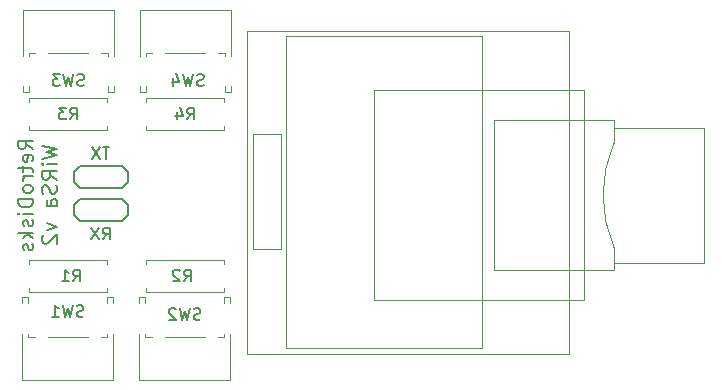
<source format=gbr>
%TF.GenerationSoftware,KiCad,Pcbnew,(6.0.4)*%
%TF.CreationDate,2022-09-30T21:10:11-05:00*%
%TF.ProjectId,WiRSa,57695253-612e-46b6-9963-61645f706362,rev?*%
%TF.SameCoordinates,Original*%
%TF.FileFunction,Legend,Bot*%
%TF.FilePolarity,Positive*%
%FSLAX46Y46*%
G04 Gerber Fmt 4.6, Leading zero omitted, Abs format (unit mm)*
G04 Created by KiCad (PCBNEW (6.0.4)) date 2022-09-30 21:10:11*
%MOMM*%
%LPD*%
G01*
G04 APERTURE LIST*
%ADD10C,0.150000*%
%ADD11C,0.120000*%
G04 APERTURE END LIST*
D10*
X62551226Y-84493190D02*
X61955988Y-84076523D01*
X62551226Y-83778904D02*
X61301226Y-83778904D01*
X61301226Y-84255095D01*
X61360750Y-84374142D01*
X61420273Y-84433666D01*
X61539321Y-84493190D01*
X61717892Y-84493190D01*
X61836940Y-84433666D01*
X61896464Y-84374142D01*
X61955988Y-84255095D01*
X61955988Y-83778904D01*
X62491702Y-85505095D02*
X62551226Y-85386047D01*
X62551226Y-85147952D01*
X62491702Y-85028904D01*
X62372654Y-84969380D01*
X61896464Y-84969380D01*
X61777416Y-85028904D01*
X61717892Y-85147952D01*
X61717892Y-85386047D01*
X61777416Y-85505095D01*
X61896464Y-85564619D01*
X62015511Y-85564619D01*
X62134559Y-84969380D01*
X61717892Y-85921761D02*
X61717892Y-86397952D01*
X61301226Y-86100333D02*
X62372654Y-86100333D01*
X62491702Y-86159857D01*
X62551226Y-86278904D01*
X62551226Y-86397952D01*
X62551226Y-86814619D02*
X61717892Y-86814619D01*
X61955988Y-86814619D02*
X61836940Y-86874142D01*
X61777416Y-86933666D01*
X61717892Y-87052714D01*
X61717892Y-87171761D01*
X62551226Y-87767000D02*
X62491702Y-87647952D01*
X62432178Y-87588428D01*
X62313130Y-87528904D01*
X61955988Y-87528904D01*
X61836940Y-87588428D01*
X61777416Y-87647952D01*
X61717892Y-87767000D01*
X61717892Y-87945571D01*
X61777416Y-88064619D01*
X61836940Y-88124142D01*
X61955988Y-88183666D01*
X62313130Y-88183666D01*
X62432178Y-88124142D01*
X62491702Y-88064619D01*
X62551226Y-87945571D01*
X62551226Y-87767000D01*
X62551226Y-88719380D02*
X61301226Y-88719380D01*
X61301226Y-89017000D01*
X61360750Y-89195571D01*
X61479797Y-89314619D01*
X61598845Y-89374142D01*
X61836940Y-89433666D01*
X62015511Y-89433666D01*
X62253607Y-89374142D01*
X62372654Y-89314619D01*
X62491702Y-89195571D01*
X62551226Y-89017000D01*
X62551226Y-88719380D01*
X62551226Y-89969380D02*
X61717892Y-89969380D01*
X61301226Y-89969380D02*
X61360750Y-89909857D01*
X61420273Y-89969380D01*
X61360750Y-90028904D01*
X61301226Y-89969380D01*
X61420273Y-89969380D01*
X62491702Y-90505095D02*
X62551226Y-90624142D01*
X62551226Y-90862238D01*
X62491702Y-90981285D01*
X62372654Y-91040809D01*
X62313130Y-91040809D01*
X62194083Y-90981285D01*
X62134559Y-90862238D01*
X62134559Y-90683666D01*
X62075035Y-90564619D01*
X61955988Y-90505095D01*
X61896464Y-90505095D01*
X61777416Y-90564619D01*
X61717892Y-90683666D01*
X61717892Y-90862238D01*
X61777416Y-90981285D01*
X62551226Y-91576523D02*
X61301226Y-91576523D01*
X62075035Y-91695571D02*
X62551226Y-92052714D01*
X61717892Y-92052714D02*
X62194083Y-91576523D01*
X62491702Y-92528904D02*
X62551226Y-92647952D01*
X62551226Y-92886047D01*
X62491702Y-93005095D01*
X62372654Y-93064619D01*
X62313130Y-93064619D01*
X62194083Y-93005095D01*
X62134559Y-92886047D01*
X62134559Y-92707476D01*
X62075035Y-92588428D01*
X61955988Y-92528904D01*
X61896464Y-92528904D01*
X61777416Y-92588428D01*
X61717892Y-92707476D01*
X61717892Y-92886047D01*
X61777416Y-93005095D01*
X63313726Y-84225333D02*
X64563726Y-84522952D01*
X63670869Y-84761047D01*
X64563726Y-84999142D01*
X63313726Y-85296761D01*
X64563726Y-85772952D02*
X63730392Y-85772952D01*
X63313726Y-85772952D02*
X63373250Y-85713428D01*
X63432773Y-85772952D01*
X63373250Y-85832476D01*
X63313726Y-85772952D01*
X63432773Y-85772952D01*
X64563726Y-87082476D02*
X63968488Y-86665809D01*
X64563726Y-86368190D02*
X63313726Y-86368190D01*
X63313726Y-86844380D01*
X63373250Y-86963428D01*
X63432773Y-87022952D01*
X63551821Y-87082476D01*
X63730392Y-87082476D01*
X63849440Y-87022952D01*
X63908964Y-86963428D01*
X63968488Y-86844380D01*
X63968488Y-86368190D01*
X64504202Y-87558666D02*
X64563726Y-87737238D01*
X64563726Y-88034857D01*
X64504202Y-88153904D01*
X64444678Y-88213428D01*
X64325630Y-88272952D01*
X64206583Y-88272952D01*
X64087535Y-88213428D01*
X64028011Y-88153904D01*
X63968488Y-88034857D01*
X63908964Y-87796761D01*
X63849440Y-87677714D01*
X63789916Y-87618190D01*
X63670869Y-87558666D01*
X63551821Y-87558666D01*
X63432773Y-87618190D01*
X63373250Y-87677714D01*
X63313726Y-87796761D01*
X63313726Y-88094380D01*
X63373250Y-88272952D01*
X64563726Y-89344380D02*
X63908964Y-89344380D01*
X63789916Y-89284857D01*
X63730392Y-89165809D01*
X63730392Y-88927714D01*
X63789916Y-88808666D01*
X64504202Y-89344380D02*
X64563726Y-89225333D01*
X64563726Y-88927714D01*
X64504202Y-88808666D01*
X64385154Y-88749142D01*
X64266107Y-88749142D01*
X64147059Y-88808666D01*
X64087535Y-88927714D01*
X64087535Y-89225333D01*
X64028011Y-89344380D01*
X63730392Y-90772952D02*
X64563726Y-91070571D01*
X63730392Y-91368190D01*
X63432773Y-91784857D02*
X63373250Y-91844380D01*
X63313726Y-91963428D01*
X63313726Y-92261047D01*
X63373250Y-92380095D01*
X63432773Y-92439619D01*
X63551821Y-92499142D01*
X63670869Y-92499142D01*
X63849440Y-92439619D01*
X64563726Y-91725333D01*
X64563726Y-92499142D01*
%TO.C,R1*%
X65952666Y-95702380D02*
X66286000Y-95226190D01*
X66524095Y-95702380D02*
X66524095Y-94702380D01*
X66143142Y-94702380D01*
X66047904Y-94750000D01*
X66000285Y-94797619D01*
X65952666Y-94892857D01*
X65952666Y-95035714D01*
X66000285Y-95130952D01*
X66047904Y-95178571D01*
X66143142Y-95226190D01*
X66524095Y-95226190D01*
X65000285Y-95702380D02*
X65571714Y-95702380D01*
X65286000Y-95702380D02*
X65286000Y-94702380D01*
X65381238Y-94845238D01*
X65476476Y-94940476D01*
X65571714Y-94988095D01*
%TO.C,R4*%
X75604666Y-81986380D02*
X75938000Y-81510190D01*
X76176095Y-81986380D02*
X76176095Y-80986380D01*
X75795142Y-80986380D01*
X75699904Y-81034000D01*
X75652285Y-81081619D01*
X75604666Y-81176857D01*
X75604666Y-81319714D01*
X75652285Y-81414952D01*
X75699904Y-81462571D01*
X75795142Y-81510190D01*
X76176095Y-81510190D01*
X74747523Y-81319714D02*
X74747523Y-81986380D01*
X74985619Y-80938761D02*
X75223714Y-81653047D01*
X74604666Y-81653047D01*
%TO.C,R2*%
X75350666Y-95702380D02*
X75684000Y-95226190D01*
X75922095Y-95702380D02*
X75922095Y-94702380D01*
X75541142Y-94702380D01*
X75445904Y-94750000D01*
X75398285Y-94797619D01*
X75350666Y-94892857D01*
X75350666Y-95035714D01*
X75398285Y-95130952D01*
X75445904Y-95178571D01*
X75541142Y-95226190D01*
X75922095Y-95226190D01*
X74969714Y-94797619D02*
X74922095Y-94750000D01*
X74826857Y-94702380D01*
X74588761Y-94702380D01*
X74493523Y-94750000D01*
X74445904Y-94797619D01*
X74398285Y-94892857D01*
X74398285Y-94988095D01*
X74445904Y-95130952D01*
X75017333Y-95702380D01*
X74398285Y-95702380D01*
%TO.C,SW1*%
X66829333Y-98653261D02*
X66686476Y-98700880D01*
X66448380Y-98700880D01*
X66353142Y-98653261D01*
X66305523Y-98605642D01*
X66257904Y-98510404D01*
X66257904Y-98415166D01*
X66305523Y-98319928D01*
X66353142Y-98272309D01*
X66448380Y-98224690D01*
X66638857Y-98177071D01*
X66734095Y-98129452D01*
X66781714Y-98081833D01*
X66829333Y-97986595D01*
X66829333Y-97891357D01*
X66781714Y-97796119D01*
X66734095Y-97748500D01*
X66638857Y-97700880D01*
X66400761Y-97700880D01*
X66257904Y-97748500D01*
X65924571Y-97700880D02*
X65686476Y-98700880D01*
X65496000Y-97986595D01*
X65305523Y-98700880D01*
X65067428Y-97700880D01*
X64162666Y-98700880D02*
X64734095Y-98700880D01*
X64448380Y-98700880D02*
X64448380Y-97700880D01*
X64543619Y-97843738D01*
X64638857Y-97938976D01*
X64734095Y-97986595D01*
%TO.C,R3*%
X65698666Y-81986380D02*
X66032000Y-81510190D01*
X66270095Y-81986380D02*
X66270095Y-80986380D01*
X65889142Y-80986380D01*
X65793904Y-81034000D01*
X65746285Y-81081619D01*
X65698666Y-81176857D01*
X65698666Y-81319714D01*
X65746285Y-81414952D01*
X65793904Y-81462571D01*
X65889142Y-81510190D01*
X66270095Y-81510190D01*
X65365333Y-80986380D02*
X64746285Y-80986380D01*
X65079619Y-81367333D01*
X64936761Y-81367333D01*
X64841523Y-81414952D01*
X64793904Y-81462571D01*
X64746285Y-81557809D01*
X64746285Y-81795904D01*
X64793904Y-81891142D01*
X64841523Y-81938761D01*
X64936761Y-81986380D01*
X65222476Y-81986380D01*
X65317714Y-81938761D01*
X65365333Y-81891142D01*
%TO.C,SW4*%
X77014333Y-79095261D02*
X76871476Y-79142880D01*
X76633380Y-79142880D01*
X76538142Y-79095261D01*
X76490523Y-79047642D01*
X76442904Y-78952404D01*
X76442904Y-78857166D01*
X76490523Y-78761928D01*
X76538142Y-78714309D01*
X76633380Y-78666690D01*
X76823857Y-78619071D01*
X76919095Y-78571452D01*
X76966714Y-78523833D01*
X77014333Y-78428595D01*
X77014333Y-78333357D01*
X76966714Y-78238119D01*
X76919095Y-78190500D01*
X76823857Y-78142880D01*
X76585761Y-78142880D01*
X76442904Y-78190500D01*
X76109571Y-78142880D02*
X75871476Y-79142880D01*
X75681000Y-78428595D01*
X75490523Y-79142880D01*
X75252428Y-78142880D01*
X74442904Y-78476214D02*
X74442904Y-79142880D01*
X74681000Y-78095261D02*
X74919095Y-78809547D01*
X74300047Y-78809547D01*
%TO.C,TX*%
X69037904Y-84320380D02*
X68466476Y-84320380D01*
X68752190Y-85320380D02*
X68752190Y-84320380D01*
X68228380Y-84320380D02*
X67561714Y-85320380D01*
X67561714Y-84320380D02*
X68228380Y-85320380D01*
%TO.C,SW3*%
X66890333Y-79095261D02*
X66747476Y-79142880D01*
X66509380Y-79142880D01*
X66414142Y-79095261D01*
X66366523Y-79047642D01*
X66318904Y-78952404D01*
X66318904Y-78857166D01*
X66366523Y-78761928D01*
X66414142Y-78714309D01*
X66509380Y-78666690D01*
X66699857Y-78619071D01*
X66795095Y-78571452D01*
X66842714Y-78523833D01*
X66890333Y-78428595D01*
X66890333Y-78333357D01*
X66842714Y-78238119D01*
X66795095Y-78190500D01*
X66699857Y-78142880D01*
X66461761Y-78142880D01*
X66318904Y-78190500D01*
X65985571Y-78142880D02*
X65747476Y-79142880D01*
X65557000Y-78428595D01*
X65366523Y-79142880D01*
X65128428Y-78142880D01*
X64842714Y-78142880D02*
X64223666Y-78142880D01*
X64557000Y-78523833D01*
X64414142Y-78523833D01*
X64318904Y-78571452D01*
X64271285Y-78619071D01*
X64223666Y-78714309D01*
X64223666Y-78952404D01*
X64271285Y-79047642D01*
X64318904Y-79095261D01*
X64414142Y-79142880D01*
X64699857Y-79142880D01*
X64795095Y-79095261D01*
X64842714Y-79047642D01*
%TO.C,RX*%
X68472666Y-92146380D02*
X68806000Y-91670190D01*
X69044095Y-92146380D02*
X69044095Y-91146380D01*
X68663142Y-91146380D01*
X68567904Y-91194000D01*
X68520285Y-91241619D01*
X68472666Y-91336857D01*
X68472666Y-91479714D01*
X68520285Y-91574952D01*
X68567904Y-91622571D01*
X68663142Y-91670190D01*
X69044095Y-91670190D01*
X68139333Y-91146380D02*
X67472666Y-92146380D01*
X67472666Y-91146380D02*
X68139333Y-92146380D01*
%TO.C,SW2*%
X76735333Y-98907261D02*
X76592476Y-98954880D01*
X76354380Y-98954880D01*
X76259142Y-98907261D01*
X76211523Y-98859642D01*
X76163904Y-98764404D01*
X76163904Y-98669166D01*
X76211523Y-98573928D01*
X76259142Y-98526309D01*
X76354380Y-98478690D01*
X76544857Y-98431071D01*
X76640095Y-98383452D01*
X76687714Y-98335833D01*
X76735333Y-98240595D01*
X76735333Y-98145357D01*
X76687714Y-98050119D01*
X76640095Y-98002500D01*
X76544857Y-97954880D01*
X76306761Y-97954880D01*
X76163904Y-98002500D01*
X75830571Y-97954880D02*
X75592476Y-98954880D01*
X75402000Y-98240595D01*
X75211523Y-98954880D01*
X74973428Y-97954880D01*
X74640095Y-98050119D02*
X74592476Y-98002500D01*
X74497238Y-97954880D01*
X74259142Y-97954880D01*
X74163904Y-98002500D01*
X74116285Y-98050119D01*
X74068666Y-98145357D01*
X74068666Y-98240595D01*
X74116285Y-98383452D01*
X74687714Y-98954880D01*
X74068666Y-98954880D01*
D11*
%TO.C,R1*%
X68802000Y-96290000D02*
X68802000Y-96620000D01*
X68802000Y-93880000D02*
X62262000Y-93880000D01*
X68802000Y-96620000D02*
X62262000Y-96620000D01*
X68802000Y-94210000D02*
X68802000Y-93880000D01*
X62262000Y-96620000D02*
X62262000Y-96290000D01*
X62262000Y-93880000D02*
X62262000Y-94210000D01*
%TO.C,R4*%
X72168000Y-82574000D02*
X72168000Y-82904000D01*
X72168000Y-80494000D02*
X72168000Y-80164000D01*
X78708000Y-80164000D02*
X78708000Y-80494000D01*
X72168000Y-82904000D02*
X78708000Y-82904000D01*
X72168000Y-80164000D02*
X78708000Y-80164000D01*
X78708000Y-82904000D02*
X78708000Y-82574000D01*
%TO.C,R2*%
X72168000Y-94210000D02*
X72168000Y-93880000D01*
X72168000Y-96620000D02*
X78708000Y-96620000D01*
X78708000Y-96620000D02*
X78708000Y-96290000D01*
X72168000Y-96290000D02*
X72168000Y-96620000D01*
X78708000Y-93880000D02*
X78708000Y-94210000D01*
X72168000Y-93880000D02*
X78708000Y-93880000D01*
%TO.C,SW1*%
X61636000Y-104046000D02*
X61636000Y-100146000D01*
X68296000Y-100376000D02*
X68836000Y-100376000D01*
X68836000Y-100376000D02*
X68836000Y-100146000D01*
X69356000Y-104046000D02*
X69356000Y-100146000D01*
X62156000Y-97546000D02*
X62156000Y-97036000D01*
X63796000Y-100376000D02*
X67196000Y-100376000D01*
X62156000Y-100376000D02*
X62696000Y-100376000D01*
X69356000Y-97546000D02*
X69356000Y-97036000D01*
X68836000Y-97546000D02*
X68836000Y-97036000D01*
X62156000Y-100376000D02*
X62156000Y-100146000D01*
X61636000Y-104046000D02*
X69356000Y-104046000D01*
X61636000Y-97546000D02*
X61636000Y-97036000D01*
X61636000Y-97036000D02*
X62156000Y-97036000D01*
X68836000Y-97036000D02*
X69356000Y-97036000D01*
%TO.C,R3*%
X68802000Y-80494000D02*
X68802000Y-80164000D01*
X68802000Y-82904000D02*
X62262000Y-82904000D01*
X68802000Y-80164000D02*
X62262000Y-80164000D01*
X62262000Y-82904000D02*
X62262000Y-82574000D01*
X68802000Y-82574000D02*
X68802000Y-82904000D01*
X62262000Y-80164000D02*
X62262000Y-80494000D01*
%TO.C,SW4*%
X79323000Y-79188500D02*
X79323000Y-79698500D01*
X78803000Y-76358500D02*
X78803000Y-76588500D01*
X71603000Y-79188500D02*
X71603000Y-79698500D01*
X72123000Y-76358500D02*
X72123000Y-76588500D01*
X72123000Y-79188500D02*
X72123000Y-79698500D01*
X79323000Y-72688500D02*
X79323000Y-76588500D01*
X79323000Y-79698500D02*
X78803000Y-79698500D01*
X71603000Y-72688500D02*
X71603000Y-76588500D01*
X72123000Y-79698500D02*
X71603000Y-79698500D01*
X78803000Y-79188500D02*
X78803000Y-79698500D01*
X79323000Y-72688500D02*
X71603000Y-72688500D01*
X72663000Y-76358500D02*
X72123000Y-76358500D01*
X77163000Y-76358500D02*
X73763000Y-76358500D01*
X78803000Y-76358500D02*
X78263000Y-76358500D01*
%TO.C,Brd1*%
X107964000Y-101884000D02*
X107964000Y-74484000D01*
X83947000Y-101346000D02*
X83959000Y-101092000D01*
X81153000Y-92964000D02*
X83566000Y-92964000D01*
X100559000Y-98006000D02*
X100559000Y-74906000D01*
X81153000Y-83185000D02*
X81153000Y-92964000D01*
X100584000Y-101346000D02*
X83947000Y-101346000D01*
X80664000Y-101884000D02*
X107964000Y-101884000D01*
X80664000Y-74484000D02*
X80664000Y-101884000D01*
X83566000Y-92964000D02*
X83566000Y-83185000D01*
X100559000Y-74906000D02*
X83959000Y-74906000D01*
X83959000Y-98006000D02*
X83959000Y-101092000D01*
X100559000Y-98006000D02*
X100584000Y-101346000D01*
X83959000Y-74906000D02*
X83959000Y-98006000D01*
X107964000Y-74484000D02*
X80664000Y-74484000D01*
X81153000Y-83185000D02*
X83566000Y-83185000D01*
D10*
%TO.C,TX*%
X66506000Y-85968000D02*
X66006000Y-86468000D01*
X66006000Y-87268000D02*
X66506000Y-87768000D01*
X70106000Y-87768000D02*
X70606000Y-87268000D01*
X70106000Y-85968000D02*
X66506000Y-85968000D01*
X66006000Y-86468000D02*
X66006000Y-87268000D01*
X66506000Y-87768000D02*
X70106000Y-87768000D01*
X70606000Y-87268000D02*
X70606000Y-86468000D01*
X70606000Y-86468000D02*
X70106000Y-85968000D01*
D11*
%TO.C,SW3*%
X62757000Y-76358500D02*
X62217000Y-76358500D01*
X69417000Y-79188500D02*
X69417000Y-79698500D01*
X69417000Y-79698500D02*
X68897000Y-79698500D01*
X62217000Y-76358500D02*
X62217000Y-76588500D01*
X68897000Y-76358500D02*
X68897000Y-76588500D01*
X68897000Y-79188500D02*
X68897000Y-79698500D01*
X61697000Y-72688500D02*
X61697000Y-76588500D01*
X62217000Y-79698500D02*
X61697000Y-79698500D01*
X61697000Y-79188500D02*
X61697000Y-79698500D01*
X62217000Y-79188500D02*
X62217000Y-79698500D01*
X69417000Y-72688500D02*
X61697000Y-72688500D01*
X69417000Y-72688500D02*
X69417000Y-76588500D01*
X67257000Y-76358500D02*
X63857000Y-76358500D01*
X68897000Y-76358500D02*
X68357000Y-76358500D01*
D10*
%TO.C,RX*%
X70106000Y-90562000D02*
X70606000Y-90062000D01*
X66506000Y-90562000D02*
X70106000Y-90562000D01*
X70606000Y-90062000D02*
X70606000Y-89262000D01*
X66006000Y-90062000D02*
X66506000Y-90562000D01*
X70106000Y-88762000D02*
X66506000Y-88762000D01*
X70606000Y-89262000D02*
X70106000Y-88762000D01*
X66006000Y-89262000D02*
X66006000Y-90062000D01*
X66506000Y-88762000D02*
X66006000Y-89262000D01*
D11*
%TO.C,SW2*%
X71542000Y-104046000D02*
X79262000Y-104046000D01*
X71542000Y-97546000D02*
X71542000Y-97036000D01*
X71542000Y-97036000D02*
X72062000Y-97036000D01*
X78742000Y-97546000D02*
X78742000Y-97036000D01*
X72062000Y-100376000D02*
X72062000Y-100146000D01*
X79262000Y-104046000D02*
X79262000Y-100146000D01*
X71542000Y-104046000D02*
X71542000Y-100146000D01*
X72062000Y-100376000D02*
X72602000Y-100376000D01*
X72062000Y-97546000D02*
X72062000Y-97036000D01*
X79262000Y-97546000D02*
X79262000Y-97036000D01*
X78202000Y-100376000D02*
X78742000Y-100376000D01*
X73702000Y-100376000D02*
X77102000Y-100376000D01*
X78742000Y-97036000D02*
X79262000Y-97036000D01*
X78742000Y-100376000D02*
X78742000Y-100146000D01*
%TO.C,A1*%
X111760000Y-94107000D02*
X119380000Y-94107000D01*
X101600000Y-94742000D02*
X101600000Y-82042000D01*
X111760000Y-94742000D02*
X111760000Y-92837000D01*
X91440000Y-97282000D02*
X109220000Y-97282000D01*
X101600000Y-94742000D02*
X111760000Y-94742000D01*
X101600000Y-82042000D02*
X111760000Y-82042000D01*
X119380000Y-94107000D02*
X119380000Y-82677000D01*
X109220000Y-79502000D02*
X91440000Y-79502000D01*
X91440000Y-79502000D02*
X91440000Y-97282000D01*
X119380000Y-82677000D02*
X111760000Y-82677000D01*
X109220000Y-97282000D02*
X109220000Y-79502000D01*
X111760000Y-82042000D02*
X111760000Y-83947000D01*
X111760000Y-83947001D02*
G75*
G03*
X111760000Y-92837000I10160000J-4444999D01*
G01*
%TD*%
M02*

</source>
